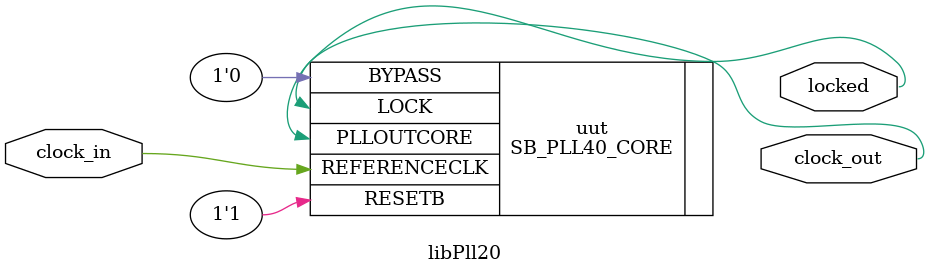
<source format=sv>
/**
 * PLL configuration
 *
 * This Verilog module was generated automatically
 * using the icepll tool from the IceStorm project.
 * Use at your own risk.
 *
 * Given input frequency:        12.000 MHz
 * Requested output frequency:   20.000 MHz
 * Achieved output frequency:    19.875 MHz
 */

module libPll20(
	input  clock_in,
	output clock_out,
	output locked
	);

SB_PLL40_CORE #(
		.FEEDBACK_PATH("SIMPLE"),
		.DIVR(4'b0000),		// DIVR =  0
		.DIVF(7'b0110100),	// DIVF = 52
		.DIVQ(3'b101),		// DIVQ =  5
		.FILTER_RANGE(3'b001)	// FILTER_RANGE = 1
	) uut (
		.LOCK(locked),
		.RESETB(1'b1),
		.BYPASS(1'b0),
		.REFERENCECLK(clock_in),
		.PLLOUTCORE(clock_out)
		);

endmodule

</source>
